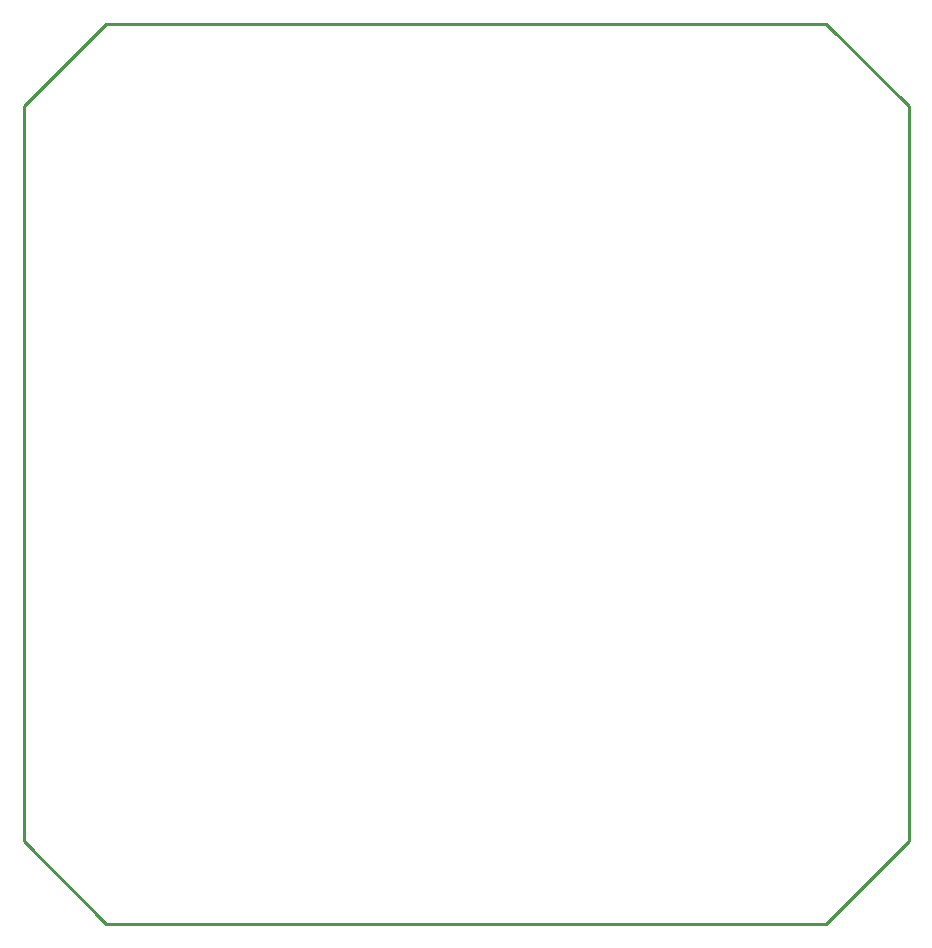
<source format=gm1>
G04 Layer_Color=16711935*
%FSLAX24Y24*%
%MOIN*%
G70*
G01*
G75*
%ADD10C,0.0100*%
D10*
X26750Y30000D02*
X29500Y27250D01*
X0D02*
X2750Y30000D01*
X26750D01*
X0Y2750D02*
X2750Y0D01*
X0Y2750D02*
Y27250D01*
X2750Y0D02*
X26750D01*
X29500Y2750D01*
Y27250D01*
M02*

</source>
